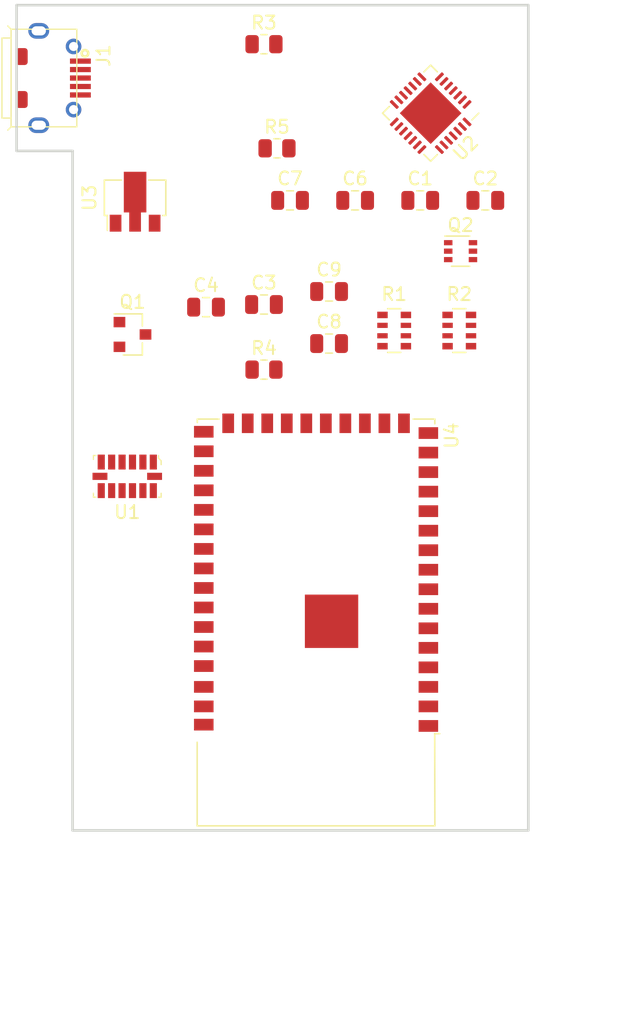
<source format=kicad_pcb>
(kicad_pcb (version 20171130) (host pcbnew "(5.1.9)-1")

  (general
    (thickness 1.6)
    (drawings 6)
    (tracks 0)
    (zones 0)
    (modules 20)
    (nets 17)
  )

  (page A4)
  (layers
    (0 F.Cu signal)
    (31 B.Cu signal)
    (32 B.Adhes user)
    (33 F.Adhes user)
    (34 B.Paste user)
    (35 F.Paste user)
    (36 B.SilkS user)
    (37 F.SilkS user)
    (38 B.Mask user)
    (39 F.Mask user)
    (40 Dwgs.User user)
    (41 Cmts.User user)
    (42 Eco1.User user)
    (43 Eco2.User user)
    (44 Edge.Cuts user)
    (45 Margin user)
    (46 B.CrtYd user)
    (47 F.CrtYd user)
    (48 B.Fab user)
    (49 F.Fab user)
  )

  (setup
    (last_trace_width 0.25)
    (trace_clearance 0.2)
    (zone_clearance 0.508)
    (zone_45_only no)
    (trace_min 0.2)
    (via_size 0.8)
    (via_drill 0.4)
    (via_min_size 0.4)
    (via_min_drill 0.3)
    (uvia_size 0.3)
    (uvia_drill 0.1)
    (uvias_allowed no)
    (uvia_min_size 0.2)
    (uvia_min_drill 0.1)
    (edge_width 0.05)
    (segment_width 0.2)
    (pcb_text_width 0.3)
    (pcb_text_size 1.5 1.5)
    (mod_edge_width 0.12)
    (mod_text_size 1 1)
    (mod_text_width 0.15)
    (pad_size 1.524 1.524)
    (pad_drill 0.762)
    (pad_to_mask_clearance 0)
    (aux_axis_origin 60 80)
    (grid_origin 60 80)
    (visible_elements FFFFFF7F)
    (pcbplotparams
      (layerselection 0x010fc_ffffffff)
      (usegerberextensions false)
      (usegerberattributes true)
      (usegerberadvancedattributes true)
      (creategerberjobfile true)
      (excludeedgelayer true)
      (linewidth 0.100000)
      (plotframeref false)
      (viasonmask false)
      (mode 1)
      (useauxorigin false)
      (hpglpennumber 1)
      (hpglpenspeed 20)
      (hpglpendiameter 15.000000)
      (psnegative false)
      (psa4output false)
      (plotreference true)
      (plotvalue true)
      (plotinvisibletext false)
      (padsonsilk false)
      (subtractmaskfromsilk false)
      (outputformat 1)
      (mirror false)
      (drillshape 1)
      (scaleselection 1)
      (outputdirectory ""))
  )

  (net 0 "")
  (net 1 GND)
  (net 2 VBUS)
  (net 3 /VDD)
  (net 4 /~Reset)
  (net 5 +3V3)
  (net 6 /GPIO0)
  (net 7 /D-)
  (net 8 /D+)
  (net 9 "Net-(Q1-Pad3)")
  (net 10 "Net-(Q1-Pad1)")
  (net 11 /RTS)
  (net 12 "Net-(Q2-Pad2)")
  (net 13 "Net-(Q2-Pad5)")
  (net 14 /DTR)
  (net 15 "Net-(R1-Pad8)")
  (net 16 "Net-(U4-Pad1)")

  (net_class Default "This is the default net class."
    (clearance 0.2)
    (trace_width 0.25)
    (via_dia 0.8)
    (via_drill 0.4)
    (uvia_dia 0.3)
    (uvia_drill 0.1)
    (add_net +3V3)
    (add_net /D+)
    (add_net /D-)
    (add_net /DTR)
    (add_net /GPIO0)
    (add_net /LEDK)
    (add_net /RTS)
    (add_net /RxD)
    (add_net /TFT_BL)
    (add_net /TxD)
    (add_net /VDD)
    (add_net /~Reset)
    (add_net GND)
    (add_net "Net-(J1-Pad4)")
    (add_net "Net-(Q1-Pad1)")
    (add_net "Net-(Q1-Pad3)")
    (add_net "Net-(Q2-Pad2)")
    (add_net "Net-(Q2-Pad5)")
    (add_net "Net-(R1-Pad8)")
    (add_net "Net-(U1-Pad1)")
    (add_net "Net-(U1-Pad10)")
    (add_net "Net-(U1-Pad11)")
    (add_net "Net-(U1-Pad12)")
    (add_net "Net-(U1-Pad13)")
    (add_net "Net-(U1-Pad14)")
    (add_net "Net-(U1-Pad2)")
    (add_net "Net-(U1-Pad3)")
    (add_net "Net-(U1-Pad4)")
    (add_net "Net-(U1-Pad5)")
    (add_net "Net-(U1-Pad6)")
    (add_net "Net-(U1-Pad7)")
    (add_net "Net-(U1-Pad8)")
    (add_net "Net-(U1-Pad9)")
    (add_net "Net-(U2-Pad1)")
    (add_net "Net-(U2-Pad10)")
    (add_net "Net-(U2-Pad11)")
    (add_net "Net-(U2-Pad12)")
    (add_net "Net-(U2-Pad13)")
    (add_net "Net-(U2-Pad14)")
    (add_net "Net-(U2-Pad15)")
    (add_net "Net-(U2-Pad16)")
    (add_net "Net-(U2-Pad17)")
    (add_net "Net-(U2-Pad18)")
    (add_net "Net-(U2-Pad19)")
    (add_net "Net-(U2-Pad2)")
    (add_net "Net-(U2-Pad20)")
    (add_net "Net-(U2-Pad21)")
    (add_net "Net-(U2-Pad22)")
    (add_net "Net-(U2-Pad23)")
    (add_net "Net-(U2-Pad27)")
    (add_net "Net-(U4-Pad1)")
    (add_net "Net-(U4-Pad10)")
    (add_net "Net-(U4-Pad11)")
    (add_net "Net-(U4-Pad12)")
    (add_net "Net-(U4-Pad13)")
    (add_net "Net-(U4-Pad14)")
    (add_net "Net-(U4-Pad15)")
    (add_net "Net-(U4-Pad16)")
    (add_net "Net-(U4-Pad17)")
    (add_net "Net-(U4-Pad18)")
    (add_net "Net-(U4-Pad19)")
    (add_net "Net-(U4-Pad2)")
    (add_net "Net-(U4-Pad20)")
    (add_net "Net-(U4-Pad21)")
    (add_net "Net-(U4-Pad22)")
    (add_net "Net-(U4-Pad23)")
    (add_net "Net-(U4-Pad24)")
    (add_net "Net-(U4-Pad25)")
    (add_net "Net-(U4-Pad27)")
    (add_net "Net-(U4-Pad28)")
    (add_net "Net-(U4-Pad29)")
    (add_net "Net-(U4-Pad3)")
    (add_net "Net-(U4-Pad30)")
    (add_net "Net-(U4-Pad31)")
    (add_net "Net-(U4-Pad32)")
    (add_net "Net-(U4-Pad33)")
    (add_net "Net-(U4-Pad34)")
    (add_net "Net-(U4-Pad35)")
    (add_net "Net-(U4-Pad36)")
    (add_net "Net-(U4-Pad37)")
    (add_net "Net-(U4-Pad38)")
    (add_net "Net-(U4-Pad39)")
    (add_net "Net-(U4-Pad4)")
    (add_net "Net-(U4-Pad40)")
    (add_net "Net-(U4-Pad41)")
    (add_net "Net-(U4-Pad5)")
    (add_net "Net-(U4-Pad6)")
    (add_net "Net-(U4-Pad7)")
    (add_net "Net-(U4-Pad8)")
    (add_net "Net-(U4-Pad9)")
    (add_net VBUS)
  )

  (module RF_Module:ESP32-S2-WROVER (layer F.Cu) (tedit 5E764C18) (tstamp 60B02D98)
    (at 83 123.6 180)
    (descr "ESP32-S2-WROVER(-I) 2.4 GHz Wi-Fi https://www.espressif.com/sites/default/files/documentation/esp32-s2-wroom_esp32-s2-wroom-i_datasheet_en.pdf")
    (tags "ESP32-S2  ESP32  WIFI")
    (path /60B1D0E1)
    (attr smd)
    (fp_text reference U4 (at -10.41 10.53 90) (layer F.SilkS)
      (effects (font (size 1 1) (thickness 0.15)))
    )
    (fp_text value ESP32-S2-WROVER (at 0.04 13.145 180) (layer F.Fab)
      (effects (font (size 1 1) (thickness 0.15)))
    )
    (fp_text user ANTENNA (at 0 -16.15) (layer Cmts.User)
      (effects (font (size 1.25 1.25) (thickness 0.15)))
    )
    (fp_text user "KEEP-OUT ZONE" (at 0 -27.09) (layer Cmts.User)
      (effects (font (size 2 2) (thickness 0.15)))
    )
    (fp_text user %R (at 0 0) (layer F.Fab)
      (effects (font (size 1 1) (thickness 0.15)))
    )
    (fp_line (start 9 -13.023) (end -9 -13.023) (layer F.Fab) (width 0.1))
    (fp_line (start 9 -19.32) (end 9 11.68) (layer F.Fab) (width 0.1))
    (fp_line (start -9 -19.323) (end 9 -19.323) (layer F.Fab) (width 0.1))
    (fp_line (start -9 -19.32) (end -9 -13.02) (layer F.Fab) (width 0.1))
    (fp_line (start -9 11.68) (end 9 11.68) (layer F.Fab) (width 0.1))
    (fp_line (start -9.12 11.8) (end -7.46 11.8) (layer F.SilkS) (width 0.12))
    (fp_line (start -9.12 11.44) (end -9.12 11.8) (layer F.SilkS) (width 0.12))
    (fp_line (start 9.12 11.8) (end 7.46 11.8) (layer F.SilkS) (width 0.12))
    (fp_line (start 9.12 11.54) (end 9.12 11.8) (layer F.SilkS) (width 0.12))
    (fp_line (start -9.125 -19.45) (end 9.13 -19.45) (layer F.SilkS) (width 0.12))
    (fp_line (start -9.11 -12.37) (end -9.125 -19.45) (layer F.SilkS) (width 0.12))
    (fp_line (start 9.13 -13.03) (end 9.13 -19.45) (layer F.SilkS) (width 0.12))
    (fp_line (start -9.63 -12.77) (end -9.63 12.47) (layer F.CrtYd) (width 0.05))
    (fp_line (start 9.63 12.47) (end 9.63 -12.77) (layer F.CrtYd) (width 0.05))
    (fp_line (start -9.63 12.47) (end 9.63 12.47) (layer F.CrtYd) (width 0.05))
    (fp_line (start -9.11 -12.37) (end -9.5 -12.37) (layer F.SilkS) (width 0.12))
    (fp_line (start -24 -13.023) (end 24 -13.023) (layer Dwgs.User) (width 0.12))
    (fp_line (start -24 -34.323) (end 24 -34.323) (layer Dwgs.User) (width 0.12))
    (fp_line (start 24 -34.323) (end 24 -13.023) (layer Dwgs.User) (width 0.12))
    (fp_line (start -24 -34.323) (end -24 -13.023) (layer Dwgs.User) (width 0.12))
    (fp_line (start 24 -15.03) (end 22 -13.03) (layer Dwgs.User) (width 0.12))
    (fp_line (start 24 -20.04) (end 17 -13.03) (layer Dwgs.User) (width 0.12))
    (fp_line (start 24 -25.02) (end 12 -13.03) (layer Dwgs.User) (width 0.12))
    (fp_line (start 24 -30.04) (end 7.01 -13.03) (layer Dwgs.User) (width 0.12))
    (fp_line (start 23.28 -34.32) (end 2 -13.03) (layer Dwgs.User) (width 0.12))
    (fp_line (start 18.31 -34.32) (end -2.95 -13.03) (layer Dwgs.User) (width 0.12))
    (fp_line (start 13.28 -34.32) (end -7.99 -13.03) (layer Dwgs.User) (width 0.12))
    (fp_line (start 8.26 -34.32) (end -13.01 -13.02) (layer Dwgs.User) (width 0.12))
    (fp_line (start 3.27 -34.32) (end -18 -13.03) (layer Dwgs.User) (width 0.12))
    (fp_line (start -1.73 -34.32) (end -23 -13.03) (layer Dwgs.User) (width 0.12))
    (fp_line (start -6.7 -34.32) (end -24 -17.01) (layer Dwgs.User) (width 0.12))
    (fp_line (start -11.69 -34.32) (end -24 -22.01) (layer Dwgs.User) (width 0.12))
    (fp_line (start -16.69 -34.32) (end -24 -27) (layer Dwgs.User) (width 0.12))
    (fp_line (start -21.69 -34.32) (end -23.99 -32.02) (layer Dwgs.User) (width 0.12))
    (fp_line (start 9.63 -12.77) (end 24.25 -12.77) (layer F.CrtYd) (width 0.05))
    (fp_line (start 24.25 -12.77) (end 24.25 -34.57) (layer F.CrtYd) (width 0.05))
    (fp_line (start 24.25 -34.57) (end -24.25 -34.57) (layer F.CrtYd) (width 0.05))
    (fp_line (start -24.25 -34.57) (end -24.25 -12.77) (layer F.CrtYd) (width 0.05))
    (fp_line (start -24.25 -12.77) (end -9.63 -12.77) (layer F.CrtYd) (width 0.05))
    (fp_line (start -9 -12.02) (end -8.5 -12.52) (layer F.Fab) (width 0.1))
    (fp_line (start -8.5 -12.52) (end -9 -13.02) (layer F.Fab) (width 0.1))
    (fp_line (start -9 -12.02) (end -9 11.68) (layer F.Fab) (width 0.1))
    (pad 1 smd rect (at -8.625 -11.775 180) (size 1.5 0.9) (layers F.Cu F.Paste F.Mask)
      (net 16 "Net-(U4-Pad1)"))
    (pad 15 smd rect (at -8.625 9.225) (size 1.5 0.9) (layers F.Cu F.Paste F.Mask))
    (pad 16 smd rect (at -8.625 10.725) (size 1.5 0.9) (layers F.Cu F.Paste F.Mask))
    (pad 17 smd rect (at -6.75 11.475 180) (size 0.9 1.5) (layers F.Cu F.Paste F.Mask))
    (pad 18 smd rect (at -5.25 11.475 180) (size 0.9 1.5) (layers F.Cu F.Paste F.Mask))
    (pad 19 smd rect (at -3.75 11.475 180) (size 0.9 1.5) (layers F.Cu F.Paste F.Mask))
    (pad 20 smd rect (at -2.25 11.475 180) (size 0.9 1.5) (layers F.Cu F.Paste F.Mask))
    (pad 21 smd rect (at -0.75 11.475 180) (size 0.9 1.5) (layers F.Cu F.Paste F.Mask))
    (pad 22 smd rect (at 0.75 11.475 180) (size 0.9 1.5) (layers F.Cu F.Paste F.Mask))
    (pad 23 smd rect (at 2.25 11.475 180) (size 0.9 1.5) (layers F.Cu F.Paste F.Mask))
    (pad 24 smd rect (at 3.75 11.475 180) (size 0.9 1.5) (layers F.Cu F.Paste F.Mask))
    (pad 2 smd rect (at -8.625 -10.275 180) (size 1.5 0.9) (layers F.Cu F.Paste F.Mask))
    (pad 3 smd rect (at -8.625 -8.775 180) (size 1.5 0.9) (layers F.Cu F.Paste F.Mask))
    (pad 4 smd rect (at -8.625 -7.275 180) (size 1.5 0.9) (layers F.Cu F.Paste F.Mask))
    (pad 5 smd rect (at -8.625 -5.775 180) (size 1.5 0.9) (layers F.Cu F.Paste F.Mask))
    (pad 6 smd rect (at -8.625 -4.275 180) (size 1.5 0.9) (layers F.Cu F.Paste F.Mask))
    (pad 7 smd rect (at -8.625 -2.775 180) (size 1.5 0.9) (layers F.Cu F.Paste F.Mask))
    (pad 8 smd rect (at -8.625 -1.275 180) (size 1.5 0.9) (layers F.Cu F.Paste F.Mask))
    (pad 9 smd rect (at -8.625 0.225 180) (size 1.5 0.9) (layers F.Cu F.Paste F.Mask))
    (pad 10 smd rect (at -8.625 1.725 180) (size 1.5 0.9) (layers F.Cu F.Paste F.Mask))
    (pad 11 smd rect (at -8.625 3.225 180) (size 1.5 0.9) (layers F.Cu F.Paste F.Mask))
    (pad 12 smd rect (at -8.625 4.725 180) (size 1.5 0.9) (layers F.Cu F.Paste F.Mask))
    (pad 13 smd rect (at -8.625 6.225 180) (size 1.5 0.9) (layers F.Cu F.Paste F.Mask))
    (pad 14 smd rect (at -8.625 7.725 180) (size 1.5 0.9) (layers F.Cu F.Paste F.Mask))
    (pad 38 smd rect (at 8.625 -5.675 180) (size 1.5 0.9) (layers F.Cu F.Paste F.Mask))
    (pad 37 smd rect (at 8.625 -4.175 180) (size 1.5 0.9) (layers F.Cu F.Paste F.Mask))
    (pad 36 smd rect (at 8.625 -2.675 180) (size 1.5 0.9) (layers F.Cu F.Paste F.Mask))
    (pad 35 smd rect (at 8.625 -1.175 180) (size 1.5 0.9) (layers F.Cu F.Paste F.Mask))
    (pad 34 smd rect (at 8.625 0.325 180) (size 1.5 0.9) (layers F.Cu F.Paste F.Mask))
    (pad 33 smd rect (at 8.625 1.825 180) (size 1.5 0.9) (layers F.Cu F.Paste F.Mask))
    (pad 32 smd rect (at 8.625 3.325 180) (size 1.5 0.9) (layers F.Cu F.Paste F.Mask))
    (pad 31 smd rect (at 8.625 4.825 180) (size 1.5 0.9) (layers F.Cu F.Paste F.Mask))
    (pad 30 smd rect (at 8.625 6.325 180) (size 1.5 0.9) (layers F.Cu F.Paste F.Mask))
    (pad 29 smd rect (at 8.625 7.825 180) (size 1.5 0.9) (layers F.Cu F.Paste F.Mask))
    (pad 28 smd rect (at 8.625 9.325 180) (size 1.5 0.9) (layers F.Cu F.Paste F.Mask))
    (pad 27 smd rect (at 8.625 10.825 180) (size 1.5 0.9) (layers F.Cu F.Paste F.Mask))
    (pad 26 smd rect (at 6.75 11.475 180) (size 0.9 1.5) (layers F.Cu F.Paste F.Mask)
      (net 16 "Net-(U4-Pad1)"))
    (pad 25 smd rect (at 5.25 11.475 180) (size 0.9 1.5) (layers F.Cu F.Paste F.Mask))
    (pad 39 smd rect (at 8.625 -7.175 180) (size 1.5 0.9) (layers F.Cu F.Paste F.Mask))
    (pad 40 smd rect (at 8.625 -8.775 180) (size 1.5 0.9) (layers F.Cu F.Paste F.Mask))
    (pad 41 smd rect (at 8.625 -10.275 180) (size 1.5 0.9) (layers F.Cu F.Paste F.Mask))
    (pad 42 smd rect (at 8.625 -11.675 180) (size 1.5 0.9) (layers F.Cu F.Paste F.Mask)
      (net 16 "Net-(U4-Pad1)"))
    (pad 43 smd rect (at -1.19 -3.735 180) (size 4.1 4.1) (layers F.Cu F.Paste F.Mask)
      (net 16 "Net-(U4-Pad1)"))
    (model ${KISYS3DMOD}/RF_Module.3dshapes/ESP32-S2-WROVER.wrl
      (at (xyz 0 0 0))
      (scale (xyz 1 1 1))
      (rotate (xyz 0 0 0))
    )
  )

  (module barn53-kicad:ADXL345BCCZ-RL7 (layer F.Cu) (tedit 5DCD1631) (tstamp 60AFFD8A)
    (at 68.5 116.2 180)
    (descr https://datasheet.lcsc.com/szlcsc/1809192317_Analog-Devices-ADXL345BCCZ-RL7_C9667.pdf)
    (tags Accelerometer)
    (path /60B1B370)
    (attr smd)
    (fp_text reference U1 (at 0 -2.75) (layer F.SilkS)
      (effects (font (size 1 1) (thickness 0.15)))
    )
    (fp_text value ADXL345BCCZ-RL7 (at 0 2.825) (layer F.Fab)
      (effects (font (size 1 1) (thickness 0.15)))
    )
    (fp_text user %R (at 0 0) (layer F.Fab)
      (effects (font (size 0.5 0.5) (thickness 0.05)))
    )
    (fp_line (start -2.6 0.9) (end -2.6 1.2) (layer F.SilkS) (width 0.1))
    (fp_line (start -2.6 1.2) (end -2.4 1.4) (layer F.SilkS) (width 0.1))
    (fp_line (start -2.4 1.4) (end -2.4 1.6) (layer F.SilkS) (width 0.1))
    (fp_line (start -2.1 1.5) (end 2.5 1.5) (layer F.Fab) (width 0.1))
    (fp_line (start -2.5 0.7) (end -2.5 1.1) (layer F.Fab) (width 0.1))
    (fp_line (start -2.5 1.1) (end -2.1 1.5) (layer F.Fab) (width 0.1))
    (fp_line (start -2.5 -1.5) (end -2.5 0.75) (layer F.Fab) (width 0.1))
    (fp_line (start -2.75 -1.925) (end 2.75 -1.925) (layer F.CrtYd) (width 0.05))
    (fp_line (start 2.75 -1.925) (end 2.75 1.925) (layer F.CrtYd) (width 0.05))
    (fp_line (start 2.75 1.925) (end -2.75 1.925) (layer F.CrtYd) (width 0.05))
    (fp_line (start -2.75 1.925) (end -2.75 -1.925) (layer F.CrtYd) (width 0.05))
    (fp_line (start -2.6 -1.6) (end -2.4 -1.6) (layer F.SilkS) (width 0.1))
    (fp_line (start -2.6 -1.6) (end -2.6 -1.3) (layer F.SilkS) (width 0.1))
    (fp_line (start 2.6 -1.6) (end 2.4 -1.6) (layer F.SilkS) (width 0.1))
    (fp_line (start 2.6 -1.6) (end 2.6 -1.3) (layer F.SilkS) (width 0.1))
    (fp_line (start 2.6 1.6) (end 2.6 1.3) (layer F.SilkS) (width 0.1))
    (fp_line (start 2.6 1.6) (end 2.4 1.6) (layer F.SilkS) (width 0.1))
    (fp_line (start -2.5 -1.5) (end 2.5 -1.5) (layer F.Fab) (width 0.1))
    (fp_line (start 2.5 -1.5) (end 2.5 1.5) (layer F.Fab) (width 0.1))
    (pad 7 smd rect (at 2.0975 0 180) (size 1.145 0.55) (layers F.Cu F.Paste F.Mask))
    (pad 14 smd rect (at -2.0975 0 180) (size 1.145 0.55) (layers F.Cu F.Paste F.Mask))
    (pad 13 smd rect (at -2 -1.0975 180) (size 0.55 1.145) (layers F.Cu F.Paste F.Mask))
    (pad 12 smd rect (at -1.2 -1.0975 180) (size 0.55 1.145) (layers F.Cu F.Paste F.Mask))
    (pad 11 smd rect (at -0.4 -1.0975 180) (size 0.55 1.145) (layers F.Cu F.Paste F.Mask))
    (pad 10 smd rect (at 0.4 -1.0975 180) (size 0.55 1.145) (layers F.Cu F.Paste F.Mask))
    (pad 9 smd rect (at 1.2 -1.0975 180) (size 0.55 1.145) (layers F.Cu F.Paste F.Mask))
    (pad 8 smd rect (at 2 -1.0975 180) (size 0.55 1.145) (layers F.Cu F.Paste F.Mask))
    (pad 6 smd rect (at 2 1.0975 180) (size 0.55 1.145) (layers F.Cu F.Paste F.Mask))
    (pad 5 smd rect (at 1.2 1.0975 180) (size 0.55 1.145) (layers F.Cu F.Paste F.Mask))
    (pad 4 smd rect (at 0.4 1.0975 180) (size 0.55 1.145) (layers F.Cu F.Paste F.Mask))
    (pad 3 smd rect (at -0.4 1.0975 180) (size 0.55 1.145) (layers F.Cu F.Paste F.Mask))
    (pad 2 smd rect (at -1.2 1.0975 180) (size 0.55 1.145) (layers F.Cu F.Paste F.Mask))
    (pad 1 smd rect (at -2 1.0975 180) (size 0.55 1.145) (layers F.Cu F.Paste F.Mask))
    (model ${BARN53_KICAD_DIR}/3dmodels/ADXL345_LGA-14_3x5mm.step
      (offset (xyz -2.5 1.5 0.05))
      (scale (xyz 1 1 1))
      (rotate (xyz 0 0 0))
    )
  )

  (module Package_TO_SOT_SMD:SOT-89-3 (layer F.Cu) (tedit 5C33D6E8) (tstamp 60B00600)
    (at 69.1 95.1 90)
    (descr "SOT-89-3, http://ww1.microchip.com/downloads/en/DeviceDoc/3L_SOT-89_MB_C04-029C.pdf")
    (tags SOT-89-3)
    (path /60970327)
    (attr smd)
    (fp_text reference U3 (at 0.3 -3.5 90) (layer F.SilkS)
      (effects (font (size 1 1) (thickness 0.15)))
    )
    (fp_text value BL8565 (at 0.3 3.5 90) (layer F.Fab)
      (effects (font (size 1 1) (thickness 0.15)))
    )
    (fp_text user %R (at 0.5 0) (layer F.Fab)
      (effects (font (size 1 1) (thickness 0.15)))
    )
    (fp_line (start 1.66 1.05) (end 1.66 2.36) (layer F.SilkS) (width 0.12))
    (fp_line (start 1.66 2.36) (end -1.06 2.36) (layer F.SilkS) (width 0.12))
    (fp_line (start -2.2 -2.13) (end -1.06 -2.13) (layer F.SilkS) (width 0.12))
    (fp_line (start 1.66 -2.36) (end 1.66 -1.05) (layer F.SilkS) (width 0.12))
    (fp_line (start -0.95 -1.25) (end 0.05 -2.25) (layer F.Fab) (width 0.1))
    (fp_line (start 1.55 -2.25) (end 1.55 2.25) (layer F.Fab) (width 0.1))
    (fp_line (start 1.55 2.25) (end -0.95 2.25) (layer F.Fab) (width 0.1))
    (fp_line (start -0.95 2.25) (end -0.95 -1.25) (layer F.Fab) (width 0.1))
    (fp_line (start 0.05 -2.25) (end 1.55 -2.25) (layer F.Fab) (width 0.1))
    (fp_line (start 2.55 -2.5) (end 2.55 2.5) (layer F.CrtYd) (width 0.05))
    (fp_line (start 2.55 -2.5) (end -2.55 -2.5) (layer F.CrtYd) (width 0.05))
    (fp_line (start -2.55 2.5) (end 2.55 2.5) (layer F.CrtYd) (width 0.05))
    (fp_line (start -2.55 2.5) (end -2.55 -2.5) (layer F.CrtYd) (width 0.05))
    (fp_line (start -1.06 -2.36) (end 1.66 -2.36) (layer F.SilkS) (width 0.12))
    (fp_line (start -1.06 -2.36) (end -1.06 -2.13) (layer F.SilkS) (width 0.12))
    (fp_line (start -1.06 2.36) (end -1.06 2.13) (layer F.SilkS) (width 0.12))
    (pad 2 smd custom (at -1.5625 0 90) (size 1.475 0.9) (layers F.Cu F.Paste F.Mask)
      (net 2 VBUS) (zone_connect 2)
      (options (clearance outline) (anchor rect))
      (primitives
        (gr_poly (pts
           (xy 0.7375 -0.8665) (xy 3.8625 -0.8665) (xy 3.8625 0.8665) (xy 0.7375 0.8665)) (width 0))
      ))
    (pad 3 smd rect (at -1.65 1.5 90) (size 1.3 0.9) (layers F.Cu F.Paste F.Mask)
      (net 5 +3V3))
    (pad 1 smd rect (at -1.65 -1.5 90) (size 1.3 0.9) (layers F.Cu F.Paste F.Mask)
      (net 1 GND))
    (model ${KISYS3DMOD}/Package_TO_SOT_SMD.3dshapes/SOT-89-3.wrl
      (at (xyz 0 0 0))
      (scale (xyz 1 1 1))
      (rotate (xyz 0 0 0))
    )
  )

  (module Package_DFN_QFN:QFN-28-1EP_5x5mm_P0.5mm_EP3.35x3.35mm (layer F.Cu) (tedit 5DC5F6A4) (tstamp 60AFFDC5)
    (at 91.8 88.3 225)
    (descr "QFN, 28 Pin (http://ww1.microchip.com/downloads/en/PackagingSpec/00000049BQ.pdf#page=283), generated with kicad-footprint-generator ipc_noLead_generator.py")
    (tags "QFN NoLead")
    (path /6097E49C)
    (attr smd)
    (fp_text reference U2 (at 0 -3.8 45) (layer F.SilkS)
      (effects (font (size 1 1) (thickness 0.15)))
    )
    (fp_text value CP2102-GMR_NRND (at 0 3.8 45) (layer F.Fab)
      (effects (font (size 1 1) (thickness 0.15)))
    )
    (fp_text user %R (at 0 0 45) (layer F.Fab)
      (effects (font (size 1 1) (thickness 0.15)))
    )
    (fp_line (start 1.885 -2.61) (end 2.61 -2.61) (layer F.SilkS) (width 0.12))
    (fp_line (start 2.61 -2.61) (end 2.61 -1.885) (layer F.SilkS) (width 0.12))
    (fp_line (start -1.885 2.61) (end -2.61 2.61) (layer F.SilkS) (width 0.12))
    (fp_line (start -2.61 2.61) (end -2.61 1.885) (layer F.SilkS) (width 0.12))
    (fp_line (start 1.885 2.61) (end 2.61 2.61) (layer F.SilkS) (width 0.12))
    (fp_line (start 2.61 2.61) (end 2.61 1.885) (layer F.SilkS) (width 0.12))
    (fp_line (start -1.885 -2.61) (end -2.61 -2.61) (layer F.SilkS) (width 0.12))
    (fp_line (start -1.5 -2.5) (end 2.5 -2.5) (layer F.Fab) (width 0.1))
    (fp_line (start 2.5 -2.5) (end 2.5 2.5) (layer F.Fab) (width 0.1))
    (fp_line (start 2.5 2.5) (end -2.5 2.5) (layer F.Fab) (width 0.1))
    (fp_line (start -2.5 2.5) (end -2.5 -1.5) (layer F.Fab) (width 0.1))
    (fp_line (start -2.5 -1.5) (end -1.5 -2.5) (layer F.Fab) (width 0.1))
    (fp_line (start -3.1 -3.1) (end -3.1 3.1) (layer F.CrtYd) (width 0.05))
    (fp_line (start -3.1 3.1) (end 3.1 3.1) (layer F.CrtYd) (width 0.05))
    (fp_line (start 3.1 3.1) (end 3.1 -3.1) (layer F.CrtYd) (width 0.05))
    (fp_line (start 3.1 -3.1) (end -3.1 -3.1) (layer F.CrtYd) (width 0.05))
    (pad "" smd roundrect (at 1.12 1.12 225) (size 0.9 0.9) (layers F.Paste) (roundrect_rratio 0.25))
    (pad "" smd roundrect (at 1.12 0 225) (size 0.9 0.9) (layers F.Paste) (roundrect_rratio 0.25))
    (pad "" smd roundrect (at 1.12 -1.12 225) (size 0.9 0.9) (layers F.Paste) (roundrect_rratio 0.25))
    (pad "" smd roundrect (at 0 1.12 225) (size 0.9 0.9) (layers F.Paste) (roundrect_rratio 0.25))
    (pad "" smd roundrect (at 0 0 225) (size 0.9 0.9) (layers F.Paste) (roundrect_rratio 0.25))
    (pad "" smd roundrect (at 0 -1.12 225) (size 0.9 0.9) (layers F.Paste) (roundrect_rratio 0.25))
    (pad "" smd roundrect (at -1.12 1.12 225) (size 0.9 0.9) (layers F.Paste) (roundrect_rratio 0.25))
    (pad "" smd roundrect (at -1.12 0 225) (size 0.9 0.9) (layers F.Paste) (roundrect_rratio 0.25))
    (pad "" smd roundrect (at -1.12 -1.12 225) (size 0.9 0.9) (layers F.Paste) (roundrect_rratio 0.25))
    (pad 29 smd rect (at 0 0 225) (size 3.35 3.35) (layers F.Cu F.Mask)
      (net 1 GND))
    (pad 28 smd roundrect (at -1.5 -2.45 225) (size 0.25 0.8) (layers F.Cu F.Paste F.Mask) (roundrect_rratio 0.25)
      (net 14 /DTR))
    (pad 27 smd roundrect (at -1 -2.45 225) (size 0.25 0.8) (layers F.Cu F.Paste F.Mask) (roundrect_rratio 0.25))
    (pad 26 smd roundrect (at -0.5 -2.45 225) (size 0.25 0.8) (layers F.Cu F.Paste F.Mask) (roundrect_rratio 0.25))
    (pad 25 smd roundrect (at 0 -2.45 225) (size 0.25 0.8) (layers F.Cu F.Paste F.Mask) (roundrect_rratio 0.25))
    (pad 24 smd roundrect (at 0.5 -2.45 225) (size 0.25 0.8) (layers F.Cu F.Paste F.Mask) (roundrect_rratio 0.25)
      (net 11 /RTS))
    (pad 23 smd roundrect (at 1 -2.45 225) (size 0.25 0.8) (layers F.Cu F.Paste F.Mask) (roundrect_rratio 0.25))
    (pad 22 smd roundrect (at 1.5 -2.45 225) (size 0.25 0.8) (layers F.Cu F.Paste F.Mask) (roundrect_rratio 0.25))
    (pad 21 smd roundrect (at 2.45 -1.5 225) (size 0.8 0.25) (layers F.Cu F.Paste F.Mask) (roundrect_rratio 0.25))
    (pad 20 smd roundrect (at 2.45 -1 225) (size 0.8 0.25) (layers F.Cu F.Paste F.Mask) (roundrect_rratio 0.25))
    (pad 19 smd roundrect (at 2.45 -0.5 225) (size 0.8 0.25) (layers F.Cu F.Paste F.Mask) (roundrect_rratio 0.25))
    (pad 18 smd roundrect (at 2.45 0 225) (size 0.8 0.25) (layers F.Cu F.Paste F.Mask) (roundrect_rratio 0.25))
    (pad 17 smd roundrect (at 2.45 0.5 225) (size 0.8 0.25) (layers F.Cu F.Paste F.Mask) (roundrect_rratio 0.25))
    (pad 16 smd roundrect (at 2.45 1 225) (size 0.8 0.25) (layers F.Cu F.Paste F.Mask) (roundrect_rratio 0.25))
    (pad 15 smd roundrect (at 2.45 1.5 225) (size 0.8 0.25) (layers F.Cu F.Paste F.Mask) (roundrect_rratio 0.25))
    (pad 14 smd roundrect (at 1.5 2.45 225) (size 0.25 0.8) (layers F.Cu F.Paste F.Mask) (roundrect_rratio 0.25))
    (pad 13 smd roundrect (at 1 2.45 225) (size 0.25 0.8) (layers F.Cu F.Paste F.Mask) (roundrect_rratio 0.25))
    (pad 12 smd roundrect (at 0.5 2.45 225) (size 0.25 0.8) (layers F.Cu F.Paste F.Mask) (roundrect_rratio 0.25))
    (pad 11 smd roundrect (at 0 2.45 225) (size 0.25 0.8) (layers F.Cu F.Paste F.Mask) (roundrect_rratio 0.25))
    (pad 10 smd roundrect (at -0.5 2.45 225) (size 0.25 0.8) (layers F.Cu F.Paste F.Mask) (roundrect_rratio 0.25))
    (pad 9 smd roundrect (at -1 2.45 225) (size 0.25 0.8) (layers F.Cu F.Paste F.Mask) (roundrect_rratio 0.25)
      (net 15 "Net-(R1-Pad8)"))
    (pad 8 smd roundrect (at -1.5 2.45 225) (size 0.25 0.8) (layers F.Cu F.Paste F.Mask) (roundrect_rratio 0.25)
      (net 2 VBUS))
    (pad 7 smd roundrect (at -2.45 1.5 225) (size 0.8 0.25) (layers F.Cu F.Paste F.Mask) (roundrect_rratio 0.25)
      (net 2 VBUS))
    (pad 6 smd roundrect (at -2.45 1 225) (size 0.8 0.25) (layers F.Cu F.Paste F.Mask) (roundrect_rratio 0.25)
      (net 3 /VDD))
    (pad 5 smd roundrect (at -2.45 0.5 225) (size 0.8 0.25) (layers F.Cu F.Paste F.Mask) (roundrect_rratio 0.25)
      (net 7 /D-))
    (pad 4 smd roundrect (at -2.45 0 225) (size 0.8 0.25) (layers F.Cu F.Paste F.Mask) (roundrect_rratio 0.25)
      (net 8 /D+))
    (pad 3 smd roundrect (at -2.45 -0.5 225) (size 0.8 0.25) (layers F.Cu F.Paste F.Mask) (roundrect_rratio 0.25)
      (net 1 GND))
    (pad 2 smd roundrect (at -2.45 -1 225) (size 0.8 0.25) (layers F.Cu F.Paste F.Mask) (roundrect_rratio 0.25))
    (pad 1 smd roundrect (at -2.45 -1.5 225) (size 0.8 0.25) (layers F.Cu F.Paste F.Mask) (roundrect_rratio 0.25))
    (model ${KISYS3DMOD}/Package_DFN_QFN.3dshapes/QFN-28-1EP_5x5mm_P0.5mm_EP3.35x3.35mm.wrl
      (at (xyz 0 0 0))
      (scale (xyz 1 1 1))
      (rotate (xyz 0 0 0))
    )
  )

  (module Resistor_SMD:R_0805_2012Metric placed (layer F.Cu) (tedit 5F68FEEE) (tstamp 60AFFD4F)
    (at 80 91)
    (descr "Resistor SMD 0805 (2012 Metric), square (rectangular) end terminal, IPC_7351 nominal, (Body size source: IPC-SM-782 page 72, https://www.pcb-3d.com/wordpress/wp-content/uploads/ipc-sm-782a_amendment_1_and_2.pdf), generated with kicad-footprint-generator")
    (tags resistor)
    (path /6002480E)
    (attr smd)
    (fp_text reference R5 (at 0 -1.65) (layer F.SilkS)
      (effects (font (size 1 1) (thickness 0.15)))
    )
    (fp_text value 1k (at 0 1.65) (layer F.Fab)
      (effects (font (size 1 1) (thickness 0.15)))
    )
    (fp_text user %R (at 0 0) (layer F.Fab)
      (effects (font (size 0.5 0.5) (thickness 0.08)))
    )
    (fp_line (start -1 0.625) (end -1 -0.625) (layer F.Fab) (width 0.1))
    (fp_line (start -1 -0.625) (end 1 -0.625) (layer F.Fab) (width 0.1))
    (fp_line (start 1 -0.625) (end 1 0.625) (layer F.Fab) (width 0.1))
    (fp_line (start 1 0.625) (end -1 0.625) (layer F.Fab) (width 0.1))
    (fp_line (start -0.227064 -0.735) (end 0.227064 -0.735) (layer F.SilkS) (width 0.12))
    (fp_line (start -0.227064 0.735) (end 0.227064 0.735) (layer F.SilkS) (width 0.12))
    (fp_line (start -1.68 0.95) (end -1.68 -0.95) (layer F.CrtYd) (width 0.05))
    (fp_line (start -1.68 -0.95) (end 1.68 -0.95) (layer F.CrtYd) (width 0.05))
    (fp_line (start 1.68 -0.95) (end 1.68 0.95) (layer F.CrtYd) (width 0.05))
    (fp_line (start 1.68 0.95) (end -1.68 0.95) (layer F.CrtYd) (width 0.05))
    (pad 2 smd roundrect (at 0.9125 0) (size 1.025 1.4) (layers F.Cu F.Paste F.Mask) (roundrect_rratio 0.243902))
    (pad 1 smd roundrect (at -0.9125 0) (size 1.025 1.4) (layers F.Cu F.Paste F.Mask) (roundrect_rratio 0.243902)
      (net 10 "Net-(Q1-Pad1)"))
    (model ${KISYS3DMOD}/Resistor_SMD.3dshapes/R_0805_2012Metric.wrl
      (at (xyz 0 0 0))
      (scale (xyz 1 1 1))
      (rotate (xyz 0 0 0))
    )
  )

  (module Resistor_SMD:R_0805_2012Metric placed (layer F.Cu) (tedit 5F68FEEE) (tstamp 60AFFD3E)
    (at 79 108)
    (descr "Resistor SMD 0805 (2012 Metric), square (rectangular) end terminal, IPC_7351 nominal, (Body size source: IPC-SM-782 page 72, https://www.pcb-3d.com/wordpress/wp-content/uploads/ipc-sm-782a_amendment_1_and_2.pdf), generated with kicad-footprint-generator")
    (tags resistor)
    (path /6097032E)
    (attr smd)
    (fp_text reference R4 (at 0 -1.65) (layer F.SilkS)
      (effects (font (size 1 1) (thickness 0.15)))
    )
    (fp_text value 10k (at 0 1.65) (layer F.Fab)
      (effects (font (size 1 1) (thickness 0.15)))
    )
    (fp_text user %R (at 0 0) (layer F.Fab)
      (effects (font (size 0.5 0.5) (thickness 0.08)))
    )
    (fp_line (start -1 0.625) (end -1 -0.625) (layer F.Fab) (width 0.1))
    (fp_line (start -1 -0.625) (end 1 -0.625) (layer F.Fab) (width 0.1))
    (fp_line (start 1 -0.625) (end 1 0.625) (layer F.Fab) (width 0.1))
    (fp_line (start 1 0.625) (end -1 0.625) (layer F.Fab) (width 0.1))
    (fp_line (start -0.227064 -0.735) (end 0.227064 -0.735) (layer F.SilkS) (width 0.12))
    (fp_line (start -0.227064 0.735) (end 0.227064 0.735) (layer F.SilkS) (width 0.12))
    (fp_line (start -1.68 0.95) (end -1.68 -0.95) (layer F.CrtYd) (width 0.05))
    (fp_line (start -1.68 -0.95) (end 1.68 -0.95) (layer F.CrtYd) (width 0.05))
    (fp_line (start 1.68 -0.95) (end 1.68 0.95) (layer F.CrtYd) (width 0.05))
    (fp_line (start 1.68 0.95) (end -1.68 0.95) (layer F.CrtYd) (width 0.05))
    (pad 2 smd roundrect (at 0.9125 0) (size 1.025 1.4) (layers F.Cu F.Paste F.Mask) (roundrect_rratio 0.243902)
      (net 5 +3V3))
    (pad 1 smd roundrect (at -0.9125 0) (size 1.025 1.4) (layers F.Cu F.Paste F.Mask) (roundrect_rratio 0.243902)
      (net 10 "Net-(Q1-Pad1)"))
    (model ${KISYS3DMOD}/Resistor_SMD.3dshapes/R_0805_2012Metric.wrl
      (at (xyz 0 0 0))
      (scale (xyz 1 1 1))
      (rotate (xyz 0 0 0))
    )
  )

  (module Resistor_SMD:R_0805_2012Metric placed (layer F.Cu) (tedit 5F68FEEE) (tstamp 60AFFD2D)
    (at 79 83)
    (descr "Resistor SMD 0805 (2012 Metric), square (rectangular) end terminal, IPC_7351 nominal, (Body size source: IPC-SM-782 page 72, https://www.pcb-3d.com/wordpress/wp-content/uploads/ipc-sm-782a_amendment_1_and_2.pdf), generated with kicad-footprint-generator")
    (tags resistor)
    (path /60970324)
    (attr smd)
    (fp_text reference R3 (at 0 -1.65) (layer F.SilkS)
      (effects (font (size 1 1) (thickness 0.15)))
    )
    (fp_text value 10 (at 0 1.65) (layer F.Fab)
      (effects (font (size 1 1) (thickness 0.15)))
    )
    (fp_text user %R (at 0 0) (layer F.Fab)
      (effects (font (size 0.5 0.5) (thickness 0.08)))
    )
    (fp_line (start -1 0.625) (end -1 -0.625) (layer F.Fab) (width 0.1))
    (fp_line (start -1 -0.625) (end 1 -0.625) (layer F.Fab) (width 0.1))
    (fp_line (start 1 -0.625) (end 1 0.625) (layer F.Fab) (width 0.1))
    (fp_line (start 1 0.625) (end -1 0.625) (layer F.Fab) (width 0.1))
    (fp_line (start -0.227064 -0.735) (end 0.227064 -0.735) (layer F.SilkS) (width 0.12))
    (fp_line (start -0.227064 0.735) (end 0.227064 0.735) (layer F.SilkS) (width 0.12))
    (fp_line (start -1.68 0.95) (end -1.68 -0.95) (layer F.CrtYd) (width 0.05))
    (fp_line (start -1.68 -0.95) (end 1.68 -0.95) (layer F.CrtYd) (width 0.05))
    (fp_line (start 1.68 -0.95) (end 1.68 0.95) (layer F.CrtYd) (width 0.05))
    (fp_line (start 1.68 0.95) (end -1.68 0.95) (layer F.CrtYd) (width 0.05))
    (pad 2 smd roundrect (at 0.9125 0) (size 1.025 1.4) (layers F.Cu F.Paste F.Mask) (roundrect_rratio 0.243902)
      (net 9 "Net-(Q1-Pad3)"))
    (pad 1 smd roundrect (at -0.9125 0) (size 1.025 1.4) (layers F.Cu F.Paste F.Mask) (roundrect_rratio 0.243902))
    (model ${KISYS3DMOD}/Resistor_SMD.3dshapes/R_0805_2012Metric.wrl
      (at (xyz 0 0 0))
      (scale (xyz 1 1 1))
      (rotate (xyz 0 0 0))
    )
  )

  (module Resistor_SMD:R_Array_Convex_4x0603 placed (layer F.Cu) (tedit 58E0A8B2) (tstamp 60AFFD1C)
    (at 94 105)
    (descr "Chip Resistor Network, ROHM MNR14 (see mnr_g.pdf)")
    (tags "resistor array")
    (path /5FF6F232)
    (attr smd)
    (fp_text reference R2 (at 0 -2.8) (layer F.SilkS)
      (effects (font (size 1 1) (thickness 0.15)))
    )
    (fp_text value 10k (at 0 2.8) (layer F.Fab)
      (effects (font (size 1 1) (thickness 0.15)))
    )
    (fp_text user %R (at 0 0 90) (layer F.Fab)
      (effects (font (size 0.5 0.5) (thickness 0.075)))
    )
    (fp_line (start -0.8 -1.6) (end 0.8 -1.6) (layer F.Fab) (width 0.1))
    (fp_line (start 0.8 -1.6) (end 0.8 1.6) (layer F.Fab) (width 0.1))
    (fp_line (start 0.8 1.6) (end -0.8 1.6) (layer F.Fab) (width 0.1))
    (fp_line (start -0.8 1.6) (end -0.8 -1.6) (layer F.Fab) (width 0.1))
    (fp_line (start 0.5 1.68) (end -0.5 1.68) (layer F.SilkS) (width 0.12))
    (fp_line (start 0.5 -1.68) (end -0.5 -1.68) (layer F.SilkS) (width 0.12))
    (fp_line (start -1.55 -1.85) (end 1.55 -1.85) (layer F.CrtYd) (width 0.05))
    (fp_line (start -1.55 -1.85) (end -1.55 1.85) (layer F.CrtYd) (width 0.05))
    (fp_line (start 1.55 1.85) (end 1.55 -1.85) (layer F.CrtYd) (width 0.05))
    (fp_line (start 1.55 1.85) (end -1.55 1.85) (layer F.CrtYd) (width 0.05))
    (pad 5 smd rect (at 0.9 1.2) (size 0.8 0.5) (layers F.Cu F.Paste F.Mask)
      (net 5 +3V3))
    (pad 6 smd rect (at 0.9 0.4) (size 0.8 0.4) (layers F.Cu F.Paste F.Mask)
      (net 12 "Net-(Q2-Pad2)"))
    (pad 8 smd rect (at 0.9 -1.2) (size 0.8 0.5) (layers F.Cu F.Paste F.Mask)
      (net 5 +3V3))
    (pad 7 smd rect (at 0.9 -0.4) (size 0.8 0.4) (layers F.Cu F.Paste F.Mask)
      (net 13 "Net-(Q2-Pad5)"))
    (pad 4 smd rect (at -0.9 1.2) (size 0.8 0.5) (layers F.Cu F.Paste F.Mask)
      (net 6 /GPIO0))
    (pad 2 smd rect (at -0.9 -0.4) (size 0.8 0.4) (layers F.Cu F.Paste F.Mask)
      (net 14 /DTR))
    (pad 3 smd rect (at -0.9 0.4) (size 0.8 0.4) (layers F.Cu F.Paste F.Mask)
      (net 11 /RTS))
    (pad 1 smd rect (at -0.9 -1.2) (size 0.8 0.5) (layers F.Cu F.Paste F.Mask)
      (net 4 /~Reset))
    (model ${KISYS3DMOD}/Resistor_SMD.3dshapes/R_Array_Convex_4x0603.wrl
      (at (xyz 0 0 0))
      (scale (xyz 1 1 1))
      (rotate (xyz 0 0 0))
    )
  )

  (module Resistor_SMD:R_Array_Convex_4x0603 placed (layer F.Cu) (tedit 58E0A8B2) (tstamp 60AFFD05)
    (at 89 105)
    (descr "Chip Resistor Network, ROHM MNR14 (see mnr_g.pdf)")
    (tags "resistor array")
    (path /6097E4DB)
    (attr smd)
    (fp_text reference R1 (at 0 -2.8) (layer F.SilkS)
      (effects (font (size 1 1) (thickness 0.15)))
    )
    (fp_text value 10k (at 0 2.8) (layer F.Fab)
      (effects (font (size 1 1) (thickness 0.15)))
    )
    (fp_text user %R (at 0 0 90) (layer F.Fab)
      (effects (font (size 0.5 0.5) (thickness 0.075)))
    )
    (fp_line (start -0.8 -1.6) (end 0.8 -1.6) (layer F.Fab) (width 0.1))
    (fp_line (start 0.8 -1.6) (end 0.8 1.6) (layer F.Fab) (width 0.1))
    (fp_line (start 0.8 1.6) (end -0.8 1.6) (layer F.Fab) (width 0.1))
    (fp_line (start -0.8 1.6) (end -0.8 -1.6) (layer F.Fab) (width 0.1))
    (fp_line (start 0.5 1.68) (end -0.5 1.68) (layer F.SilkS) (width 0.12))
    (fp_line (start 0.5 -1.68) (end -0.5 -1.68) (layer F.SilkS) (width 0.12))
    (fp_line (start -1.55 -1.85) (end 1.55 -1.85) (layer F.CrtYd) (width 0.05))
    (fp_line (start -1.55 -1.85) (end -1.55 1.85) (layer F.CrtYd) (width 0.05))
    (fp_line (start 1.55 1.85) (end 1.55 -1.85) (layer F.CrtYd) (width 0.05))
    (fp_line (start 1.55 1.85) (end -1.55 1.85) (layer F.CrtYd) (width 0.05))
    (pad 5 smd rect (at 0.9 1.2) (size 0.8 0.5) (layers F.Cu F.Paste F.Mask))
    (pad 6 smd rect (at 0.9 0.4) (size 0.8 0.4) (layers F.Cu F.Paste F.Mask))
    (pad 8 smd rect (at 0.9 -1.2) (size 0.8 0.5) (layers F.Cu F.Paste F.Mask)
      (net 15 "Net-(R1-Pad8)"))
    (pad 7 smd rect (at 0.9 -0.4) (size 0.8 0.4) (layers F.Cu F.Paste F.Mask))
    (pad 4 smd rect (at -0.9 1.2) (size 0.8 0.5) (layers F.Cu F.Paste F.Mask))
    (pad 2 smd rect (at -0.9 -0.4) (size 0.8 0.4) (layers F.Cu F.Paste F.Mask))
    (pad 3 smd rect (at -0.9 0.4) (size 0.8 0.4) (layers F.Cu F.Paste F.Mask))
    (pad 1 smd rect (at -0.9 -1.2) (size 0.8 0.5) (layers F.Cu F.Paste F.Mask)
      (net 3 /VDD))
    (model ${KISYS3DMOD}/Resistor_SMD.3dshapes/R_Array_Convex_4x0603.wrl
      (at (xyz 0 0 0))
      (scale (xyz 1 1 1))
      (rotate (xyz 0 0 0))
    )
  )

  (module Package_TO_SOT_SMD:SOT-363_SC-70-6 (layer F.Cu) (tedit 5A02FF57) (tstamp 60B0251B)
    (at 94.1 98.9)
    (descr "SOT-363, SC-70-6")
    (tags "SOT-363 SC-70-6")
    (path /60990150)
    (attr smd)
    (fp_text reference Q2 (at 0 -2) (layer F.SilkS)
      (effects (font (size 1 1) (thickness 0.15)))
    )
    (fp_text value PMBT2222AYS (at 0 2 180) (layer F.Fab)
      (effects (font (size 1 1) (thickness 0.15)))
    )
    (fp_text user %R (at 0 0 90) (layer F.Fab)
      (effects (font (size 0.5 0.5) (thickness 0.075)))
    )
    (fp_line (start 0.7 -1.16) (end -1.2 -1.16) (layer F.SilkS) (width 0.12))
    (fp_line (start -0.7 1.16) (end 0.7 1.16) (layer F.SilkS) (width 0.12))
    (fp_line (start 1.6 1.4) (end 1.6 -1.4) (layer F.CrtYd) (width 0.05))
    (fp_line (start -1.6 -1.4) (end -1.6 1.4) (layer F.CrtYd) (width 0.05))
    (fp_line (start -1.6 -1.4) (end 1.6 -1.4) (layer F.CrtYd) (width 0.05))
    (fp_line (start 0.675 -1.1) (end -0.175 -1.1) (layer F.Fab) (width 0.1))
    (fp_line (start -0.675 -0.6) (end -0.675 1.1) (layer F.Fab) (width 0.1))
    (fp_line (start -1.6 1.4) (end 1.6 1.4) (layer F.CrtYd) (width 0.05))
    (fp_line (start 0.675 -1.1) (end 0.675 1.1) (layer F.Fab) (width 0.1))
    (fp_line (start 0.675 1.1) (end -0.675 1.1) (layer F.Fab) (width 0.1))
    (fp_line (start -0.175 -1.1) (end -0.675 -0.6) (layer F.Fab) (width 0.1))
    (pad 6 smd rect (at 0.95 -0.65) (size 0.65 0.4) (layers F.Cu F.Paste F.Mask)
      (net 6 /GPIO0))
    (pad 4 smd rect (at 0.95 0.65) (size 0.65 0.4) (layers F.Cu F.Paste F.Mask)
      (net 11 /RTS))
    (pad 2 smd rect (at -0.95 0) (size 0.65 0.4) (layers F.Cu F.Paste F.Mask)
      (net 12 "Net-(Q2-Pad2)"))
    (pad 5 smd rect (at 0.95 0) (size 0.65 0.4) (layers F.Cu F.Paste F.Mask)
      (net 13 "Net-(Q2-Pad5)"))
    (pad 3 smd rect (at -0.95 0.65) (size 0.65 0.4) (layers F.Cu F.Paste F.Mask)
      (net 4 /~Reset))
    (pad 1 smd rect (at -0.95 -0.65) (size 0.65 0.4) (layers F.Cu F.Paste F.Mask)
      (net 14 /DTR))
    (model ${KISYS3DMOD}/Package_TO_SOT_SMD.3dshapes/SOT-363_SC-70-6.wrl
      (at (xyz 0 0 0))
      (scale (xyz 1 1 1))
      (rotate (xyz 0 0 0))
    )
  )

  (module Package_TO_SOT_SMD:SOT-23 placed (layer F.Cu) (tedit 5A02FF57) (tstamp 60AFFCD8)
    (at 68.9 105.3)
    (descr "SOT-23, Standard")
    (tags SOT-23)
    (path /60970325)
    (attr smd)
    (fp_text reference Q1 (at 0 -2.5) (layer F.SilkS)
      (effects (font (size 1 1) (thickness 0.15)))
    )
    (fp_text value S8050_J3Y (at 0 2.5) (layer F.Fab)
      (effects (font (size 1 1) (thickness 0.15)))
    )
    (fp_text user %R (at 0 0 90) (layer F.Fab)
      (effects (font (size 0.5 0.5) (thickness 0.075)))
    )
    (fp_line (start -0.7 -0.95) (end -0.7 1.5) (layer F.Fab) (width 0.1))
    (fp_line (start -0.15 -1.52) (end 0.7 -1.52) (layer F.Fab) (width 0.1))
    (fp_line (start -0.7 -0.95) (end -0.15 -1.52) (layer F.Fab) (width 0.1))
    (fp_line (start 0.7 -1.52) (end 0.7 1.52) (layer F.Fab) (width 0.1))
    (fp_line (start -0.7 1.52) (end 0.7 1.52) (layer F.Fab) (width 0.1))
    (fp_line (start 0.76 1.58) (end 0.76 0.65) (layer F.SilkS) (width 0.12))
    (fp_line (start 0.76 -1.58) (end 0.76 -0.65) (layer F.SilkS) (width 0.12))
    (fp_line (start -1.7 -1.75) (end 1.7 -1.75) (layer F.CrtYd) (width 0.05))
    (fp_line (start 1.7 -1.75) (end 1.7 1.75) (layer F.CrtYd) (width 0.05))
    (fp_line (start 1.7 1.75) (end -1.7 1.75) (layer F.CrtYd) (width 0.05))
    (fp_line (start -1.7 1.75) (end -1.7 -1.75) (layer F.CrtYd) (width 0.05))
    (fp_line (start 0.76 -1.58) (end -1.4 -1.58) (layer F.SilkS) (width 0.12))
    (fp_line (start 0.76 1.58) (end -0.7 1.58) (layer F.SilkS) (width 0.12))
    (pad 3 smd rect (at 1 0) (size 0.9 0.8) (layers F.Cu F.Paste F.Mask)
      (net 9 "Net-(Q1-Pad3)"))
    (pad 2 smd rect (at -1 0.95) (size 0.9 0.8) (layers F.Cu F.Paste F.Mask)
      (net 1 GND))
    (pad 1 smd rect (at -1 -0.95) (size 0.9 0.8) (layers F.Cu F.Paste F.Mask)
      (net 10 "Net-(Q1-Pad1)"))
    (model ${KISYS3DMOD}/Package_TO_SOT_SMD.3dshapes/SOT-23.wrl
      (at (xyz 0 0 0))
      (scale (xyz 1 1 1))
      (rotate (xyz 0 0 0))
    )
  )

  (module barn53-kicad:MicroUSB_through_hole_fixing (layer F.Cu) (tedit 609C23E4) (tstamp 60B00199)
    (at 64.9 85.6 270)
    (descr "Micro USB Connector with through hole fixing")
    (path /5DB8FF43)
    (attr smd)
    (fp_text reference J1 (at -1.725 -1.775 270) (layer F.SilkS)
      (effects (font (size 1 1) (thickness 0.15)))
    )
    (fp_text value USB_B_Micro (at 10.95 -10.5 270) (layer F.Fab)
      (effects (font (size 1 1) (thickness 0.15)))
    )
    (fp_text user https://datasheet.lcsc.com/szlcsc/1811131820_Jing-Extension-of-the-Electronic-Co-C10418_C10418.pdf (at -0.2512 -5.0396 90) (layer F.Fab) hide
      (effects (font (size 1 1) (thickness 0.15)) (justify right))
    )
    (fp_text user https://lcsc.com/product-detail/USB-Connectors_Jing-Extension-of-the-Electronic-Co-C10418_C10418.html (at -0.3274 -7.5288 90) (layer F.Fab) hide
      (effects (font (size 1 1) (thickness 0.15)) (justify right))
    )
    (fp_text user "PCB Edge" (at 4.425 5.1 270) (layer Eco1.User)
      (effects (font (size 0.5 0.5) (thickness 0.1)) (justify right))
    )
    (fp_circle (center -1.901039 -0.35) (end -1.65 -0.35) (layer F.SilkS) (width 0.2))
    (fp_line (start -3.075 6.025) (end -3.075 5.325) (layer F.SilkS) (width 0.1))
    (fp_line (start 3.75 5.325) (end 4 5.575) (layer F.SilkS) (width 0.1))
    (fp_line (start 3.075 6.025) (end -3.075 6.025) (layer F.SilkS) (width 0.1))
    (fp_line (start 3.075 6.025) (end 3.075 5.325) (layer F.SilkS) (width 0.1))
    (fp_line (start -3.75 5.325) (end -4 5.575) (layer F.SilkS) (width 0.1))
    (fp_line (start -3.75 5.325) (end -3.75 0.275) (layer F.SilkS) (width 0.1))
    (fp_line (start 3.75 5.325) (end -3.75 5.325) (layer F.SilkS) (width 0.1))
    (fp_line (start 3.75 0.275) (end 3.75 5.325) (layer F.SilkS) (width 0.1))
    (fp_line (start -3.75 0.275) (end 3.75 0.275) (layer F.SilkS) (width 0.1))
    (fp_line (start -4.225 5.15) (end 4.225 5.15) (layer Eco1.User) (width 0.05))
    (fp_line (start 3.75 0.275) (end 3.75 5.325) (layer Dwgs.User) (width 0.1))
    (fp_line (start -3.75 0.275) (end 3.75 0.275) (layer Dwgs.User) (width 0.1))
    (fp_line (start -3.75 5.325) (end -3.75 0.275) (layer Dwgs.User) (width 0.1))
    (fp_line (start 3.075 6.025) (end -3.075 6.025) (layer Dwgs.User) (width 0.1))
    (fp_line (start 3.075 6.025) (end 3.075 5.325) (layer Dwgs.User) (width 0.1))
    (fp_line (start -3.075 6.025) (end -3.075 5.325) (layer Dwgs.User) (width 0.1))
    (fp_line (start 3.075 5.325) (end 3.75 5.325) (layer Dwgs.User) (width 0.1))
    (fp_line (start -3.75 5.325) (end -3.075 5.325) (layer Dwgs.User) (width 0.1))
    (fp_line (start 3.75 5.325) (end 4 5.575) (layer Dwgs.User) (width 0.1))
    (fp_line (start -3.75 5.325) (end -4 5.575) (layer Dwgs.User) (width 0.1))
    (fp_line (start 3.075 5.325) (end -3.075 5.325) (layer Dwgs.User) (width 0.1))
    (pad 6 smd roundrect (at 1.65 4.5 270) (size 1.3 0.9) (layers F.Cu F.Paste F.Mask) (roundrect_rratio 0.25)
      (net 1 GND))
    (pad 6 smd roundrect (at -1.65 4.5 270) (size 1.3 0.9) (layers F.Cu F.Paste F.Mask) (roundrect_rratio 0.25)
      (net 1 GND))
    (pad 1 smd rect (at -1.3 0 270) (size 0.4 1.6) (layers F.Cu F.Paste F.Mask)
      (net 2 VBUS))
    (pad 2 smd rect (at -0.65 0 270) (size 0.4 1.6) (layers F.Cu F.Paste F.Mask)
      (net 7 /D-))
    (pad 3 smd rect (at 0 0 270) (size 0.4 1.6) (layers F.Cu F.Paste F.Mask)
      (net 8 /D+))
    (pad 4 smd rect (at 0.65 0 270) (size 0.4 1.6) (layers F.Cu F.Paste F.Mask))
    (pad 5 smd rect (at 1.3 0 270) (size 0.4 1.6) (layers F.Cu F.Paste F.Mask)
      (net 1 GND))
    (pad "" thru_hole circle (at -2.425 0.525 90) (size 1.2 1.2) (drill 0.7) (layers *.Cu *.Mask))
    (pad "" thru_hole circle (at 2.425 0.525 90) (size 1.2 1.2) (drill 0.7) (layers *.Cu *.Mask))
    (pad "" thru_hole oval (at -3.625 3.2 90) (size 1.2 1.6) (drill oval 0.7 1.1) (layers *.Cu *.Mask))
    (pad "" thru_hole oval (at 3.625 3.2 90) (size 1.2 1.6) (drill oval 0.7 1.1) (layers *.Cu *.Mask))
    (model ${BARN53_KICAD_DIR}/3dmodels/10118194c.stp
      (offset (xyz -74.97 -0.1 -0.37))
      (scale (xyz 1 1 1))
      (rotate (xyz -90 0 0))
    )
  )

  (module Capacitor_SMD:C_0805_2012Metric placed (layer F.Cu) (tedit 5F68FEEE) (tstamp 60AFFC7A)
    (at 84 102)
    (descr "Capacitor SMD 0805 (2012 Metric), square (rectangular) end terminal, IPC_7351 nominal, (Body size source: IPC-SM-782 page 76, https://www.pcb-3d.com/wordpress/wp-content/uploads/ipc-sm-782a_amendment_1_and_2.pdf, https://docs.google.com/spreadsheets/d/1BsfQQcO9C6DZCsRaXUlFlo91Tg2WpOkGARC1WS5S8t0/edit?usp=sharing), generated with kicad-footprint-generator")
    (tags capacitor)
    (path /6009590B)
    (attr smd)
    (fp_text reference C9 (at 0 -1.68) (layer F.SilkS)
      (effects (font (size 1 1) (thickness 0.15)))
    )
    (fp_text value 4.7u (at 0 1.68) (layer F.Fab)
      (effects (font (size 1 1) (thickness 0.15)))
    )
    (fp_text user %R (at 0 0) (layer F.Fab)
      (effects (font (size 0.5 0.5) (thickness 0.08)))
    )
    (fp_line (start -1 0.625) (end -1 -0.625) (layer F.Fab) (width 0.1))
    (fp_line (start -1 -0.625) (end 1 -0.625) (layer F.Fab) (width 0.1))
    (fp_line (start 1 -0.625) (end 1 0.625) (layer F.Fab) (width 0.1))
    (fp_line (start 1 0.625) (end -1 0.625) (layer F.Fab) (width 0.1))
    (fp_line (start -0.261252 -0.735) (end 0.261252 -0.735) (layer F.SilkS) (width 0.12))
    (fp_line (start -0.261252 0.735) (end 0.261252 0.735) (layer F.SilkS) (width 0.12))
    (fp_line (start -1.7 0.98) (end -1.7 -0.98) (layer F.CrtYd) (width 0.05))
    (fp_line (start -1.7 -0.98) (end 1.7 -0.98) (layer F.CrtYd) (width 0.05))
    (fp_line (start 1.7 -0.98) (end 1.7 0.98) (layer F.CrtYd) (width 0.05))
    (fp_line (start 1.7 0.98) (end -1.7 0.98) (layer F.CrtYd) (width 0.05))
    (pad 2 smd roundrect (at 0.95 0) (size 1 1.45) (layers F.Cu F.Paste F.Mask) (roundrect_rratio 0.25)
      (net 1 GND))
    (pad 1 smd roundrect (at -0.95 0) (size 1 1.45) (layers F.Cu F.Paste F.Mask) (roundrect_rratio 0.25)
      (net 5 +3V3))
    (model ${KISYS3DMOD}/Capacitor_SMD.3dshapes/C_0805_2012Metric.wrl
      (at (xyz 0 0 0))
      (scale (xyz 1 1 1))
      (rotate (xyz 0 0 0))
    )
  )

  (module Capacitor_SMD:C_0805_2012Metric placed (layer F.Cu) (tedit 5F68FEEE) (tstamp 60AFFC69)
    (at 84 106)
    (descr "Capacitor SMD 0805 (2012 Metric), square (rectangular) end terminal, IPC_7351 nominal, (Body size source: IPC-SM-782 page 76, https://www.pcb-3d.com/wordpress/wp-content/uploads/ipc-sm-782a_amendment_1_and_2.pdf, https://docs.google.com/spreadsheets/d/1BsfQQcO9C6DZCsRaXUlFlo91Tg2WpOkGARC1WS5S8t0/edit?usp=sharing), generated with kicad-footprint-generator")
    (tags capacitor)
    (path /60970335)
    (attr smd)
    (fp_text reference C8 (at 0 -1.68) (layer F.SilkS)
      (effects (font (size 1 1) (thickness 0.15)))
    )
    (fp_text value 100n (at 0 1.68) (layer F.Fab)
      (effects (font (size 1 1) (thickness 0.15)))
    )
    (fp_text user %R (at 0 0) (layer F.Fab)
      (effects (font (size 0.5 0.5) (thickness 0.08)))
    )
    (fp_line (start -1 0.625) (end -1 -0.625) (layer F.Fab) (width 0.1))
    (fp_line (start -1 -0.625) (end 1 -0.625) (layer F.Fab) (width 0.1))
    (fp_line (start 1 -0.625) (end 1 0.625) (layer F.Fab) (width 0.1))
    (fp_line (start 1 0.625) (end -1 0.625) (layer F.Fab) (width 0.1))
    (fp_line (start -0.261252 -0.735) (end 0.261252 -0.735) (layer F.SilkS) (width 0.12))
    (fp_line (start -0.261252 0.735) (end 0.261252 0.735) (layer F.SilkS) (width 0.12))
    (fp_line (start -1.7 0.98) (end -1.7 -0.98) (layer F.CrtYd) (width 0.05))
    (fp_line (start -1.7 -0.98) (end 1.7 -0.98) (layer F.CrtYd) (width 0.05))
    (fp_line (start 1.7 -0.98) (end 1.7 0.98) (layer F.CrtYd) (width 0.05))
    (fp_line (start 1.7 0.98) (end -1.7 0.98) (layer F.CrtYd) (width 0.05))
    (pad 2 smd roundrect (at 0.95 0) (size 1 1.45) (layers F.Cu F.Paste F.Mask) (roundrect_rratio 0.25)
      (net 1 GND))
    (pad 1 smd roundrect (at -0.95 0) (size 1 1.45) (layers F.Cu F.Paste F.Mask) (roundrect_rratio 0.25)
      (net 5 +3V3))
    (model ${KISYS3DMOD}/Capacitor_SMD.3dshapes/C_0805_2012Metric.wrl
      (at (xyz 0 0 0))
      (scale (xyz 1 1 1))
      (rotate (xyz 0 0 0))
    )
  )

  (module Capacitor_SMD:C_0805_2012Metric placed (layer F.Cu) (tedit 5F68FEEE) (tstamp 60AFFC58)
    (at 81 95)
    (descr "Capacitor SMD 0805 (2012 Metric), square (rectangular) end terminal, IPC_7351 nominal, (Body size source: IPC-SM-782 page 76, https://www.pcb-3d.com/wordpress/wp-content/uploads/ipc-sm-782a_amendment_1_and_2.pdf, https://docs.google.com/spreadsheets/d/1BsfQQcO9C6DZCsRaXUlFlo91Tg2WpOkGARC1WS5S8t0/edit?usp=sharing), generated with kicad-footprint-generator")
    (tags capacitor)
    (path /60095909)
    (attr smd)
    (fp_text reference C7 (at 0 -1.68) (layer F.SilkS)
      (effects (font (size 1 1) (thickness 0.15)))
    )
    (fp_text value 100n (at 0 1.68) (layer F.Fab)
      (effects (font (size 1 1) (thickness 0.15)))
    )
    (fp_text user %R (at 0 0) (layer F.Fab)
      (effects (font (size 0.5 0.5) (thickness 0.08)))
    )
    (fp_line (start -1 0.625) (end -1 -0.625) (layer F.Fab) (width 0.1))
    (fp_line (start -1 -0.625) (end 1 -0.625) (layer F.Fab) (width 0.1))
    (fp_line (start 1 -0.625) (end 1 0.625) (layer F.Fab) (width 0.1))
    (fp_line (start 1 0.625) (end -1 0.625) (layer F.Fab) (width 0.1))
    (fp_line (start -0.261252 -0.735) (end 0.261252 -0.735) (layer F.SilkS) (width 0.12))
    (fp_line (start -0.261252 0.735) (end 0.261252 0.735) (layer F.SilkS) (width 0.12))
    (fp_line (start -1.7 0.98) (end -1.7 -0.98) (layer F.CrtYd) (width 0.05))
    (fp_line (start -1.7 -0.98) (end 1.7 -0.98) (layer F.CrtYd) (width 0.05))
    (fp_line (start 1.7 -0.98) (end 1.7 0.98) (layer F.CrtYd) (width 0.05))
    (fp_line (start 1.7 0.98) (end -1.7 0.98) (layer F.CrtYd) (width 0.05))
    (pad 2 smd roundrect (at 0.95 0) (size 1 1.45) (layers F.Cu F.Paste F.Mask) (roundrect_rratio 0.25)
      (net 1 GND))
    (pad 1 smd roundrect (at -0.95 0) (size 1 1.45) (layers F.Cu F.Paste F.Mask) (roundrect_rratio 0.25)
      (net 2 VBUS))
    (model ${KISYS3DMOD}/Capacitor_SMD.3dshapes/C_0805_2012Metric.wrl
      (at (xyz 0 0 0))
      (scale (xyz 1 1 1))
      (rotate (xyz 0 0 0))
    )
  )

  (module Capacitor_SMD:C_0805_2012Metric placed (layer F.Cu) (tedit 5F68FEEE) (tstamp 60AFFC47)
    (at 86 95)
    (descr "Capacitor SMD 0805 (2012 Metric), square (rectangular) end terminal, IPC_7351 nominal, (Body size source: IPC-SM-782 page 76, https://www.pcb-3d.com/wordpress/wp-content/uploads/ipc-sm-782a_amendment_1_and_2.pdf, https://docs.google.com/spreadsheets/d/1BsfQQcO9C6DZCsRaXUlFlo91Tg2WpOkGARC1WS5S8t0/edit?usp=sharing), generated with kicad-footprint-generator")
    (tags capacitor)
    (path /60095908)
    (attr smd)
    (fp_text reference C6 (at 0 -1.68) (layer F.SilkS)
      (effects (font (size 1 1) (thickness 0.15)))
    )
    (fp_text value 1u (at 0 1.68) (layer F.Fab)
      (effects (font (size 1 1) (thickness 0.15)))
    )
    (fp_text user %R (at 0 0) (layer F.Fab)
      (effects (font (size 0.5 0.5) (thickness 0.08)))
    )
    (fp_line (start -1 0.625) (end -1 -0.625) (layer F.Fab) (width 0.1))
    (fp_line (start -1 -0.625) (end 1 -0.625) (layer F.Fab) (width 0.1))
    (fp_line (start 1 -0.625) (end 1 0.625) (layer F.Fab) (width 0.1))
    (fp_line (start 1 0.625) (end -1 0.625) (layer F.Fab) (width 0.1))
    (fp_line (start -0.261252 -0.735) (end 0.261252 -0.735) (layer F.SilkS) (width 0.12))
    (fp_line (start -0.261252 0.735) (end 0.261252 0.735) (layer F.SilkS) (width 0.12))
    (fp_line (start -1.7 0.98) (end -1.7 -0.98) (layer F.CrtYd) (width 0.05))
    (fp_line (start -1.7 -0.98) (end 1.7 -0.98) (layer F.CrtYd) (width 0.05))
    (fp_line (start 1.7 -0.98) (end 1.7 0.98) (layer F.CrtYd) (width 0.05))
    (fp_line (start 1.7 0.98) (end -1.7 0.98) (layer F.CrtYd) (width 0.05))
    (pad 2 smd roundrect (at 0.95 0) (size 1 1.45) (layers F.Cu F.Paste F.Mask) (roundrect_rratio 0.25)
      (net 1 GND))
    (pad 1 smd roundrect (at -0.95 0) (size 1 1.45) (layers F.Cu F.Paste F.Mask) (roundrect_rratio 0.25)
      (net 2 VBUS))
    (model ${KISYS3DMOD}/Capacitor_SMD.3dshapes/C_0805_2012Metric.wrl
      (at (xyz 0 0 0))
      (scale (xyz 1 1 1))
      (rotate (xyz 0 0 0))
    )
  )

  (module Capacitor_SMD:C_0805_2012Metric placed (layer F.Cu) (tedit 5F68FEEE) (tstamp 60AFFC25)
    (at 74.55 103.2)
    (descr "Capacitor SMD 0805 (2012 Metric), square (rectangular) end terminal, IPC_7351 nominal, (Body size source: IPC-SM-782 page 76, https://www.pcb-3d.com/wordpress/wp-content/uploads/ipc-sm-782a_amendment_1_and_2.pdf, https://docs.google.com/spreadsheets/d/1BsfQQcO9C6DZCsRaXUlFlo91Tg2WpOkGARC1WS5S8t0/edit?usp=sharing), generated with kicad-footprint-generator")
    (tags capacitor)
    (path /5DBF95C5)
    (attr smd)
    (fp_text reference C4 (at 0 -1.68) (layer F.SilkS)
      (effects (font (size 1 1) (thickness 0.15)))
    )
    (fp_text value 100n (at 0 1.68) (layer F.Fab)
      (effects (font (size 1 1) (thickness 0.15)))
    )
    (fp_text user %R (at 0 0) (layer F.Fab)
      (effects (font (size 0.5 0.5) (thickness 0.08)))
    )
    (fp_line (start -1 0.625) (end -1 -0.625) (layer F.Fab) (width 0.1))
    (fp_line (start -1 -0.625) (end 1 -0.625) (layer F.Fab) (width 0.1))
    (fp_line (start 1 -0.625) (end 1 0.625) (layer F.Fab) (width 0.1))
    (fp_line (start 1 0.625) (end -1 0.625) (layer F.Fab) (width 0.1))
    (fp_line (start -0.261252 -0.735) (end 0.261252 -0.735) (layer F.SilkS) (width 0.12))
    (fp_line (start -0.261252 0.735) (end 0.261252 0.735) (layer F.SilkS) (width 0.12))
    (fp_line (start -1.7 0.98) (end -1.7 -0.98) (layer F.CrtYd) (width 0.05))
    (fp_line (start -1.7 -0.98) (end 1.7 -0.98) (layer F.CrtYd) (width 0.05))
    (fp_line (start 1.7 -0.98) (end 1.7 0.98) (layer F.CrtYd) (width 0.05))
    (fp_line (start 1.7 0.98) (end -1.7 0.98) (layer F.CrtYd) (width 0.05))
    (pad 2 smd roundrect (at 0.95 0) (size 1 1.45) (layers F.Cu F.Paste F.Mask) (roundrect_rratio 0.25)
      (net 1 GND))
    (pad 1 smd roundrect (at -0.95 0) (size 1 1.45) (layers F.Cu F.Paste F.Mask) (roundrect_rratio 0.25)
      (net 4 /~Reset))
    (model ${KISYS3DMOD}/Capacitor_SMD.3dshapes/C_0805_2012Metric.wrl
      (at (xyz 0 0 0))
      (scale (xyz 1 1 1))
      (rotate (xyz 0 0 0))
    )
  )

  (module Capacitor_SMD:C_0805_2012Metric placed (layer F.Cu) (tedit 5F68FEEE) (tstamp 60AFFC14)
    (at 79 103)
    (descr "Capacitor SMD 0805 (2012 Metric), square (rectangular) end terminal, IPC_7351 nominal, (Body size source: IPC-SM-782 page 76, https://www.pcb-3d.com/wordpress/wp-content/uploads/ipc-sm-782a_amendment_1_and_2.pdf, https://docs.google.com/spreadsheets/d/1BsfQQcO9C6DZCsRaXUlFlo91Tg2WpOkGARC1WS5S8t0/edit?usp=sharing), generated with kicad-footprint-generator")
    (tags capacitor)
    (path /6097E4C7)
    (attr smd)
    (fp_text reference C3 (at 0 -1.68) (layer F.SilkS)
      (effects (font (size 1 1) (thickness 0.15)))
    )
    (fp_text value 100n (at 0 1.68) (layer F.Fab)
      (effects (font (size 1 1) (thickness 0.15)))
    )
    (fp_text user %R (at 0 0) (layer F.Fab)
      (effects (font (size 0.5 0.5) (thickness 0.08)))
    )
    (fp_line (start -1 0.625) (end -1 -0.625) (layer F.Fab) (width 0.1))
    (fp_line (start -1 -0.625) (end 1 -0.625) (layer F.Fab) (width 0.1))
    (fp_line (start 1 -0.625) (end 1 0.625) (layer F.Fab) (width 0.1))
    (fp_line (start 1 0.625) (end -1 0.625) (layer F.Fab) (width 0.1))
    (fp_line (start -0.261252 -0.735) (end 0.261252 -0.735) (layer F.SilkS) (width 0.12))
    (fp_line (start -0.261252 0.735) (end 0.261252 0.735) (layer F.SilkS) (width 0.12))
    (fp_line (start -1.7 0.98) (end -1.7 -0.98) (layer F.CrtYd) (width 0.05))
    (fp_line (start -1.7 -0.98) (end 1.7 -0.98) (layer F.CrtYd) (width 0.05))
    (fp_line (start 1.7 -0.98) (end 1.7 0.98) (layer F.CrtYd) (width 0.05))
    (fp_line (start 1.7 0.98) (end -1.7 0.98) (layer F.CrtYd) (width 0.05))
    (pad 2 smd roundrect (at 0.95 0) (size 1 1.45) (layers F.Cu F.Paste F.Mask) (roundrect_rratio 0.25)
      (net 1 GND))
    (pad 1 smd roundrect (at -0.95 0) (size 1 1.45) (layers F.Cu F.Paste F.Mask) (roundrect_rratio 0.25)
      (net 3 /VDD))
    (model ${KISYS3DMOD}/Capacitor_SMD.3dshapes/C_0805_2012Metric.wrl
      (at (xyz 0 0 0))
      (scale (xyz 1 1 1))
      (rotate (xyz 0 0 0))
    )
  )

  (module Capacitor_SMD:C_0805_2012Metric placed (layer F.Cu) (tedit 5F68FEEE) (tstamp 60AFFC03)
    (at 96 95)
    (descr "Capacitor SMD 0805 (2012 Metric), square (rectangular) end terminal, IPC_7351 nominal, (Body size source: IPC-SM-782 page 76, https://www.pcb-3d.com/wordpress/wp-content/uploads/ipc-sm-782a_amendment_1_and_2.pdf, https://docs.google.com/spreadsheets/d/1BsfQQcO9C6DZCsRaXUlFlo91Tg2WpOkGARC1WS5S8t0/edit?usp=sharing), generated with kicad-footprint-generator")
    (tags capacitor)
    (path /6097E478)
    (attr smd)
    (fp_text reference C2 (at 0 -1.68) (layer F.SilkS)
      (effects (font (size 1 1) (thickness 0.15)))
    )
    (fp_text value 4.7u (at 0 1.68) (layer F.Fab)
      (effects (font (size 1 1) (thickness 0.15)))
    )
    (fp_text user %R (at 0 0) (layer F.Fab)
      (effects (font (size 0.5 0.5) (thickness 0.08)))
    )
    (fp_line (start -1 0.625) (end -1 -0.625) (layer F.Fab) (width 0.1))
    (fp_line (start -1 -0.625) (end 1 -0.625) (layer F.Fab) (width 0.1))
    (fp_line (start 1 -0.625) (end 1 0.625) (layer F.Fab) (width 0.1))
    (fp_line (start 1 0.625) (end -1 0.625) (layer F.Fab) (width 0.1))
    (fp_line (start -0.261252 -0.735) (end 0.261252 -0.735) (layer F.SilkS) (width 0.12))
    (fp_line (start -0.261252 0.735) (end 0.261252 0.735) (layer F.SilkS) (width 0.12))
    (fp_line (start -1.7 0.98) (end -1.7 -0.98) (layer F.CrtYd) (width 0.05))
    (fp_line (start -1.7 -0.98) (end 1.7 -0.98) (layer F.CrtYd) (width 0.05))
    (fp_line (start 1.7 -0.98) (end 1.7 0.98) (layer F.CrtYd) (width 0.05))
    (fp_line (start 1.7 0.98) (end -1.7 0.98) (layer F.CrtYd) (width 0.05))
    (pad 2 smd roundrect (at 0.95 0) (size 1 1.45) (layers F.Cu F.Paste F.Mask) (roundrect_rratio 0.25)
      (net 1 GND))
    (pad 1 smd roundrect (at -0.95 0) (size 1 1.45) (layers F.Cu F.Paste F.Mask) (roundrect_rratio 0.25)
      (net 2 VBUS))
    (model ${KISYS3DMOD}/Capacitor_SMD.3dshapes/C_0805_2012Metric.wrl
      (at (xyz 0 0 0))
      (scale (xyz 1 1 1))
      (rotate (xyz 0 0 0))
    )
  )

  (module Capacitor_SMD:C_0805_2012Metric placed (layer F.Cu) (tedit 5F68FEEE) (tstamp 60AFFBF2)
    (at 91 95)
    (descr "Capacitor SMD 0805 (2012 Metric), square (rectangular) end terminal, IPC_7351 nominal, (Body size source: IPC-SM-782 page 76, https://www.pcb-3d.com/wordpress/wp-content/uploads/ipc-sm-782a_amendment_1_and_2.pdf, https://docs.google.com/spreadsheets/d/1BsfQQcO9C6DZCsRaXUlFlo91Tg2WpOkGARC1WS5S8t0/edit?usp=sharing), generated with kicad-footprint-generator")
    (tags capacitor)
    (path /6097E4B0)
    (attr smd)
    (fp_text reference C1 (at 0 -1.68) (layer F.SilkS)
      (effects (font (size 1 1) (thickness 0.15)))
    )
    (fp_text value 100n (at 0 1.68) (layer F.Fab)
      (effects (font (size 1 1) (thickness 0.15)))
    )
    (fp_text user %R (at 0 0) (layer F.Fab)
      (effects (font (size 0.5 0.5) (thickness 0.08)))
    )
    (fp_line (start -1 0.625) (end -1 -0.625) (layer F.Fab) (width 0.1))
    (fp_line (start -1 -0.625) (end 1 -0.625) (layer F.Fab) (width 0.1))
    (fp_line (start 1 -0.625) (end 1 0.625) (layer F.Fab) (width 0.1))
    (fp_line (start 1 0.625) (end -1 0.625) (layer F.Fab) (width 0.1))
    (fp_line (start -0.261252 -0.735) (end 0.261252 -0.735) (layer F.SilkS) (width 0.12))
    (fp_line (start -0.261252 0.735) (end 0.261252 0.735) (layer F.SilkS) (width 0.12))
    (fp_line (start -1.7 0.98) (end -1.7 -0.98) (layer F.CrtYd) (width 0.05))
    (fp_line (start -1.7 -0.98) (end 1.7 -0.98) (layer F.CrtYd) (width 0.05))
    (fp_line (start 1.7 -0.98) (end 1.7 0.98) (layer F.CrtYd) (width 0.05))
    (fp_line (start 1.7 0.98) (end -1.7 0.98) (layer F.CrtYd) (width 0.05))
    (pad 2 smd roundrect (at 0.95 0) (size 1 1.45) (layers F.Cu F.Paste F.Mask) (roundrect_rratio 0.25)
      (net 1 GND))
    (pad 1 smd roundrect (at -0.95 0) (size 1 1.45) (layers F.Cu F.Paste F.Mask) (roundrect_rratio 0.25)
      (net 2 VBUS))
    (model ${KISYS3DMOD}/Capacitor_SMD.3dshapes/C_0805_2012Metric.wrl
      (at (xyz 0 0 0))
      (scale (xyz 1 1 1))
      (rotate (xyz 0 0 0))
    )
  )

  (gr_line (start 64.3 91.2) (end 60 91.2) (layer Edge.Cuts) (width 0.2))
  (gr_line (start 99.3 143.4) (end 64.299999 143.4) (layer Edge.Cuts) (width 0.2))
  (gr_line (start 60 91.2) (end 60 80) (layer Edge.Cuts) (width 0.2))
  (gr_line (start 99.3 80) (end 99.3 143.4) (layer Edge.Cuts) (width 0.2))
  (gr_line (start 64.299999 143.4) (end 64.3 91.2) (layer Edge.Cuts) (width 0.2))
  (gr_line (start 60 80) (end 99.3 80) (layer Edge.Cuts) (width 0.2))

)

</source>
